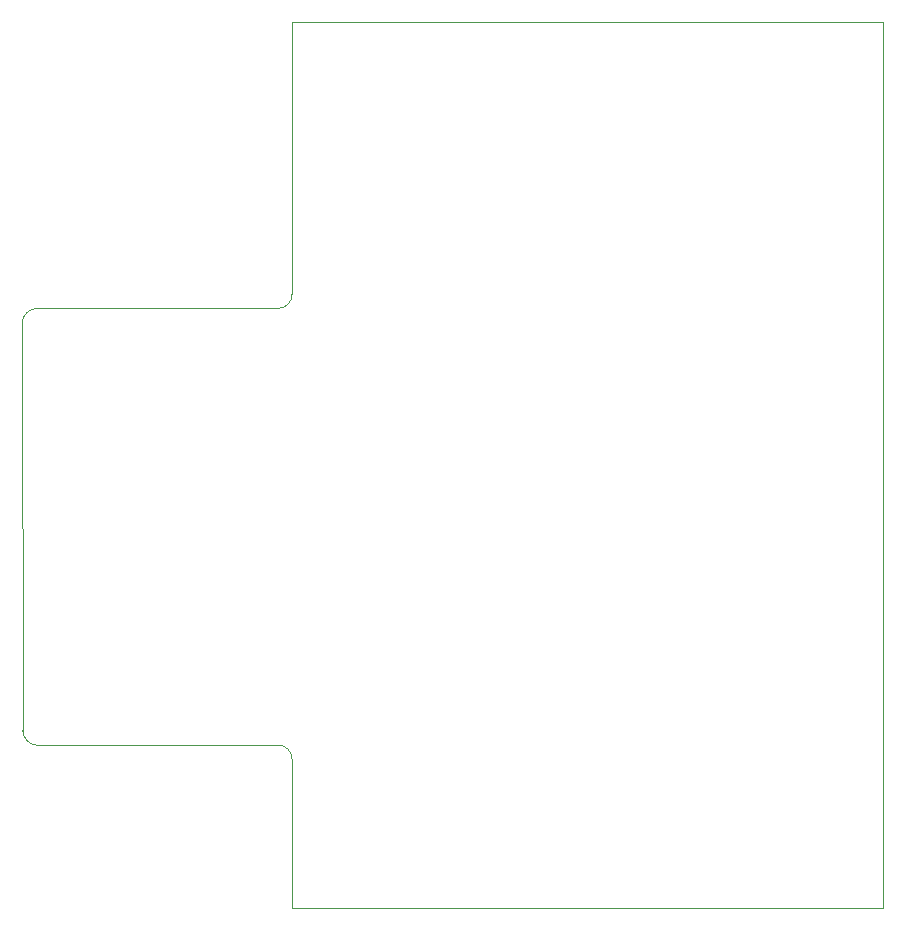
<source format=gbr>
%TF.GenerationSoftware,KiCad,Pcbnew,6.0.11-2627ca5db0~126~ubuntu22.04.1*%
%TF.CreationDate,2023-12-15T21:44:52-06:00*%
%TF.ProjectId,xem7310_carrier,78656d37-3331-4305-9f63-617272696572,rev?*%
%TF.SameCoordinates,Original*%
%TF.FileFunction,Profile,NP*%
%FSLAX46Y46*%
G04 Gerber Fmt 4.6, Leading zero omitted, Abs format (unit mm)*
G04 Created by KiCad (PCBNEW 6.0.11-2627ca5db0~126~ubuntu22.04.1) date 2023-12-15 21:44:52*
%MOMM*%
%LPD*%
G01*
G04 APERTURE LIST*
%TA.AperFunction,Profile*%
%ADD10C,0.100000*%
%TD*%
G04 APERTURE END LIST*
D10*
X131200020Y-132651431D02*
G75*
G03*
X129990000Y-131500000I-1152820J31D01*
G01*
X131200000Y-132651431D02*
X131200000Y-145300000D01*
X108400009Y-130264850D02*
G75*
G03*
X109610000Y-131500000I1290891J54350D01*
G01*
X181200000Y-70300000D02*
X131200000Y-70300000D01*
X131200000Y-93300000D02*
X131200000Y-70300000D01*
X110285150Y-94500000D02*
X130050000Y-94501086D01*
X110210000Y-131500000D02*
X129990000Y-131500000D01*
X181200000Y-145300000D02*
X181200000Y-70350000D01*
X181200000Y-70350000D02*
X181200000Y-70300000D01*
X110285150Y-94500000D02*
X109935150Y-94500000D01*
X109935150Y-94500000D02*
X109585150Y-94500000D01*
X110210000Y-131500000D02*
X109610000Y-131500000D01*
X109585148Y-94499974D02*
G75*
G03*
X108350000Y-95710000I94652J-1332026D01*
G01*
X131200000Y-145300000D02*
X181200000Y-145300000D01*
X108350000Y-95710000D02*
X108400000Y-130264850D01*
X130050000Y-94501086D02*
G75*
G03*
X131200000Y-93300000I0J1151086D01*
G01*
M02*

</source>
